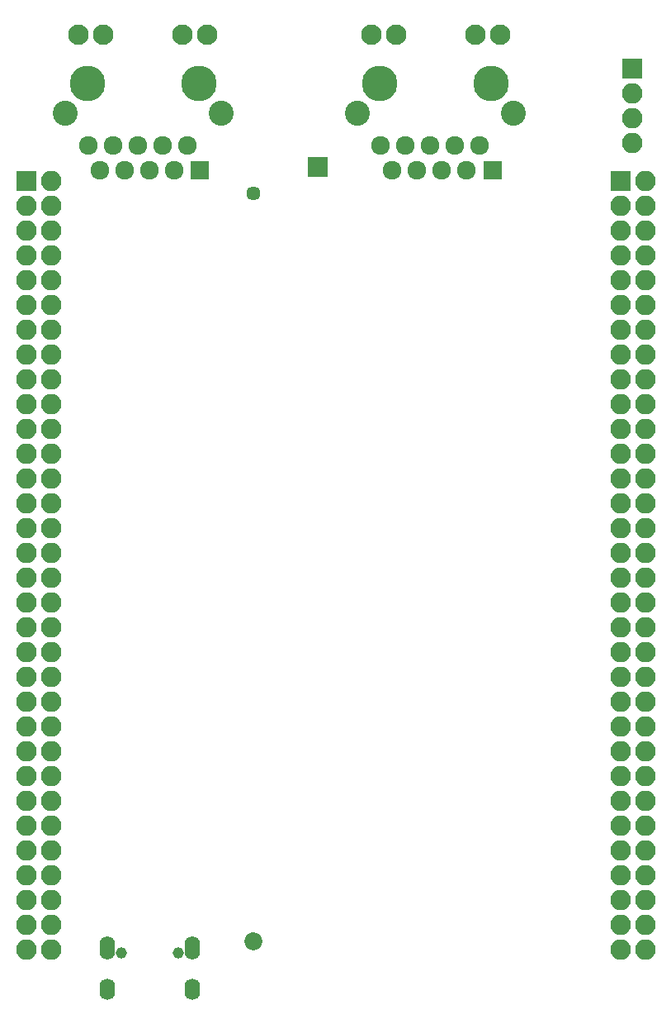
<source format=gbr>
%TF.GenerationSoftware,KiCad,Pcbnew,6.0.4-6f826c9f35~116~ubuntu20.04.1*%
%TF.CreationDate,2022-04-29T04:09:45+07:00*%
%TF.ProjectId,Colorlight2QMTech,436f6c6f-726c-4696-9768-7432514d5465,rev?*%
%TF.SameCoordinates,Original*%
%TF.FileFunction,Soldermask,Bot*%
%TF.FilePolarity,Negative*%
%FSLAX46Y46*%
G04 Gerber Fmt 4.6, Leading zero omitted, Abs format (unit mm)*
G04 Created by KiCad (PCBNEW 6.0.4-6f826c9f35~116~ubuntu20.04.1) date 2022-04-29 04:09:45*
%MOMM*%
%LPD*%
G01*
G04 APERTURE LIST*
G04 Aperture macros list*
%AMRoundRect*
0 Rectangle with rounded corners*
0 $1 Rounding radius*
0 $2 $3 $4 $5 $6 $7 $8 $9 X,Y pos of 4 corners*
0 Add a 4 corners polygon primitive as box body*
4,1,4,$2,$3,$4,$5,$6,$7,$8,$9,$2,$3,0*
0 Add four circle primitives for the rounded corners*
1,1,$1+$1,$2,$3*
1,1,$1+$1,$4,$5*
1,1,$1+$1,$6,$7*
1,1,$1+$1,$8,$9*
0 Add four rect primitives between the rounded corners*
20,1,$1+$1,$2,$3,$4,$5,0*
20,1,$1+$1,$4,$5,$6,$7,0*
20,1,$1+$1,$6,$7,$8,$9,0*
20,1,$1+$1,$8,$9,$2,$3,0*%
G04 Aperture macros list end*
%ADD10RoundRect,0.200000X-0.850000X-0.850000X0.850000X-0.850000X0.850000X0.850000X-0.850000X0.850000X0*%
%ADD11O,2.100000X2.100000*%
%ADD12C,1.450000*%
%ADD13C,1.850000*%
%ADD14C,3.650000*%
%ADD15C,2.100000*%
%ADD16RoundRect,0.200000X0.760000X0.760000X-0.760000X0.760000X-0.760000X-0.760000X0.760000X-0.760000X0*%
%ADD17C,1.920000*%
%ADD18C,2.560000*%
%ADD19C,1.150000*%
%ADD20O,1.600000X2.400000*%
%ADD21O,1.600000X2.200000*%
G04 APERTURE END LIST*
D10*
%TO.C,J1*%
X95250000Y-42164000D03*
D11*
X97790000Y-42164000D03*
X95250000Y-44704000D03*
X97790000Y-44704000D03*
X95250000Y-47244000D03*
X97790000Y-47244000D03*
X95250000Y-49784000D03*
X97790000Y-49784000D03*
X95250000Y-52324000D03*
X97790000Y-52324000D03*
X95250000Y-54864000D03*
X97790000Y-54864000D03*
X95250000Y-57404000D03*
X97790000Y-57404000D03*
X95250000Y-59944000D03*
X97790000Y-59944000D03*
X95250000Y-62484000D03*
X97790000Y-62484000D03*
X95250000Y-65024000D03*
X97790000Y-65024000D03*
X95250000Y-67564000D03*
X97790000Y-67564000D03*
X95250000Y-70104000D03*
X97790000Y-70104000D03*
X95250000Y-72644000D03*
X97790000Y-72644000D03*
X95250000Y-75184000D03*
X97790000Y-75184000D03*
X95250000Y-77724000D03*
X97790000Y-77724000D03*
X95250000Y-80264000D03*
X97790000Y-80264000D03*
X95250000Y-82804000D03*
X97790000Y-82804000D03*
X95250000Y-85344000D03*
X97790000Y-85344000D03*
X95250000Y-87884000D03*
X97790000Y-87884000D03*
X95250000Y-90424000D03*
X97790000Y-90424000D03*
X95250000Y-92964000D03*
X97790000Y-92964000D03*
X95250000Y-95504000D03*
X97790000Y-95504000D03*
X95250000Y-98044000D03*
X97790000Y-98044000D03*
X95250000Y-100584000D03*
X97790000Y-100584000D03*
X95250000Y-103124000D03*
X97790000Y-103124000D03*
X95250000Y-105664000D03*
X97790000Y-105664000D03*
X95250000Y-108204000D03*
X97790000Y-108204000D03*
X95250000Y-110744000D03*
X97790000Y-110744000D03*
X95250000Y-113284000D03*
X97790000Y-113284000D03*
X95250000Y-115824000D03*
X97790000Y-115824000D03*
X95250000Y-118364000D03*
X97790000Y-118364000D03*
X95250000Y-120904000D03*
X97790000Y-120904000D03*
%TD*%
D12*
%TO.C,CN1*%
X118518400Y-43444800D03*
D13*
X118518400Y-120044800D03*
%TD*%
D14*
%TO.C,RJ2*%
X142936200Y-32116800D03*
X131536200Y-32116800D03*
D15*
X143836200Y-27166800D03*
X141296200Y-27166800D03*
X133176200Y-27166800D03*
X130636200Y-27166800D03*
D16*
X143066200Y-41006800D03*
D17*
X141786200Y-38466800D03*
X140416200Y-41006800D03*
X139246200Y-38466800D03*
X137876200Y-41006800D03*
X136706200Y-38466800D03*
X135336200Y-41006800D03*
X134166200Y-38466800D03*
X132796200Y-41006800D03*
X131626200Y-38466800D03*
D18*
X129236200Y-35166800D03*
X145236200Y-35166800D03*
%TD*%
D10*
%TO.C,J4*%
X157403800Y-30581600D03*
D11*
X157403800Y-33121600D03*
X157403800Y-35661600D03*
X157403800Y-38201600D03*
%TD*%
D10*
%TO.C,J2*%
X156210000Y-42164000D03*
D11*
X158750000Y-42164000D03*
X156210000Y-44704000D03*
X158750000Y-44704000D03*
X156210000Y-47244000D03*
X158750000Y-47244000D03*
X156210000Y-49784000D03*
X158750000Y-49784000D03*
X156210000Y-52324000D03*
X158750000Y-52324000D03*
X156210000Y-54864000D03*
X158750000Y-54864000D03*
X156210000Y-57404000D03*
X158750000Y-57404000D03*
X156210000Y-59944000D03*
X158750000Y-59944000D03*
X156210000Y-62484000D03*
X158750000Y-62484000D03*
X156210000Y-65024000D03*
X158750000Y-65024000D03*
X156210000Y-67564000D03*
X158750000Y-67564000D03*
X156210000Y-70104000D03*
X158750000Y-70104000D03*
X156210000Y-72644000D03*
X158750000Y-72644000D03*
X156210000Y-75184000D03*
X158750000Y-75184000D03*
X156210000Y-77724000D03*
X158750000Y-77724000D03*
X156210000Y-80264000D03*
X158750000Y-80264000D03*
X156210000Y-82804000D03*
X158750000Y-82804000D03*
X156210000Y-85344000D03*
X158750000Y-85344000D03*
X156210000Y-87884000D03*
X158750000Y-87884000D03*
X156210000Y-90424000D03*
X158750000Y-90424000D03*
X156210000Y-92964000D03*
X158750000Y-92964000D03*
X156210000Y-95504000D03*
X158750000Y-95504000D03*
X156210000Y-98044000D03*
X158750000Y-98044000D03*
X156210000Y-100584000D03*
X158750000Y-100584000D03*
X156210000Y-103124000D03*
X158750000Y-103124000D03*
X156210000Y-105664000D03*
X158750000Y-105664000D03*
X156210000Y-108204000D03*
X158750000Y-108204000D03*
X156210000Y-110744000D03*
X158750000Y-110744000D03*
X156210000Y-113284000D03*
X158750000Y-113284000D03*
X156210000Y-115824000D03*
X158750000Y-115824000D03*
X156210000Y-118364000D03*
X158750000Y-118364000D03*
X156210000Y-120904000D03*
X158750000Y-120904000D03*
%TD*%
D14*
%TO.C,RJ1*%
X112938800Y-32116800D03*
X101538800Y-32116800D03*
D15*
X113838800Y-27166800D03*
X111298800Y-27166800D03*
X103178800Y-27166800D03*
X100638800Y-27166800D03*
D16*
X113068800Y-41006800D03*
D17*
X111788800Y-38466800D03*
X110418800Y-41006800D03*
X109248800Y-38466800D03*
X107878800Y-41006800D03*
X106708800Y-38466800D03*
X105338800Y-41006800D03*
X104168800Y-38466800D03*
X102798800Y-41006800D03*
X101628800Y-38466800D03*
D18*
X99238800Y-35166800D03*
X115238800Y-35166800D03*
%TD*%
D10*
%TO.C,J4-GND1*%
X125120400Y-40690800D03*
%TD*%
D19*
%TO.C,J3*%
X110819000Y-121200000D03*
X105019000Y-121200000D03*
D20*
X112249000Y-120700000D03*
D21*
X112249000Y-124900000D03*
X103589000Y-124900000D03*
D20*
X103589000Y-120700000D03*
%TD*%
M02*

</source>
